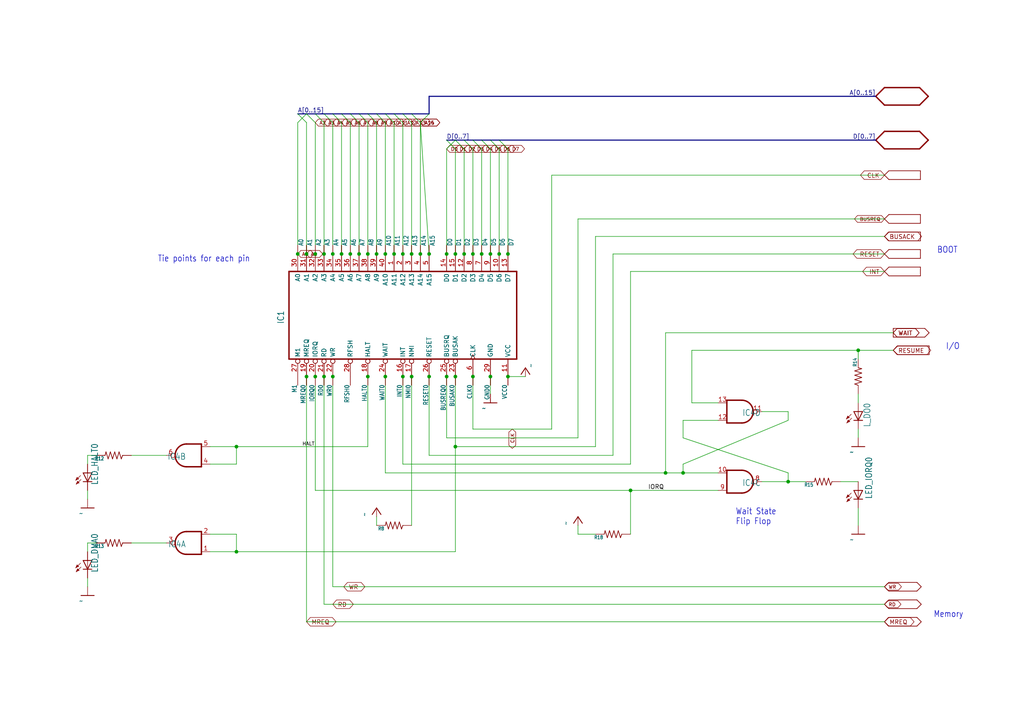
<source format=kicad_sch>
(kicad_sch (version 20211123) (generator eeschema)
  (paper "A4")
  (lib_symbols
    (symbol "Z80-4chip-v3-eagle-import:7400N"
      (property "Reference" "IC" (at -0.635 -0.635 0))
      (symbol "7400N_1_0"
        (arc (start -0.762 -3.302) (mid 2.54 0) (end -0.762 3.302) (stroke (width 0.4064)))
        (polyline (pts (xy -5.08 -3.302) (xy -0.762 -3.302)) (stroke (width 0.4064)))
        (polyline (pts (xy -5.08 3.302) (xy -5.08 -3.302)) (stroke (width 0.4064)))
        (polyline (pts (xy -0.762 3.302) (xy -5.08 3.302)) (stroke (width 0.4064)))
        (pin input line (at -7.62 2.54 0) (length 2.54) (name "I0") (number "1"))
        (pin input line (at -7.62 -2.54 0) (length 2.54) (name "I1") (number "2"))
        (pin output inverted (at 5.08 0 180) (length 2.54) (name "O") (number "3"))
      )
      (symbol "7400N_2_0"
        (arc (start -0.762 -3.302) (mid 2.54 0) (end -0.762 3.302) (stroke (width 0.4064)))
        (polyline (pts (xy -5.08 -3.302) (xy -0.762 -3.302)) (stroke (width 0.4064)))
        (polyline (pts (xy -5.08 3.302) (xy -5.08 -3.302)) (stroke (width 0.4064)))
        (polyline (pts (xy -0.762 3.302) (xy -5.08 3.302)) (stroke (width 0.4064)))
        (pin input line (at -7.62 2.54 0) (length 2.54) (name "I0") (number "4"))
        (pin input line (at -7.62 -2.54 0) (length 2.54) (name "I1") (number "5"))
        (pin output inverted (at 5.08 0 180) (length 2.54) (name "O") (number "6"))
      )
      (symbol "7400N_3_0"
        (arc (start -0.762 -3.302) (mid 2.54 0) (end -0.762 3.302) (stroke (width 0.4064)))
        (polyline (pts (xy -5.08 -3.302) (xy -0.762 -3.302)) (stroke (width 0.4064)))
        (polyline (pts (xy -5.08 3.302) (xy -5.08 -3.302)) (stroke (width 0.4064)))
        (polyline (pts (xy -0.762 3.302) (xy -5.08 3.302)) (stroke (width 0.4064)))
        (pin input line (at -7.62 -2.54 0) (length 2.54) (name "I1") (number "10"))
        (pin output inverted (at 5.08 0 180) (length 2.54) (name "O") (number "8"))
        (pin input line (at -7.62 2.54 0) (length 2.54) (name "I0") (number "9"))
      )
      (symbol "7400N_4_0"
        (arc (start -0.762 -3.302) (mid 2.54 0) (end -0.762 3.302) (stroke (width 0.4064)))
        (polyline (pts (xy -5.08 -3.302) (xy -0.762 -3.302)) (stroke (width 0.4064)))
        (polyline (pts (xy -5.08 3.302) (xy -5.08 -3.302)) (stroke (width 0.4064)))
        (polyline (pts (xy -0.762 3.302) (xy -5.08 3.302)) (stroke (width 0.4064)))
        (pin output inverted (at 5.08 0 180) (length 2.54) (name "O") (number "11"))
        (pin input line (at -7.62 2.54 0) (length 2.54) (name "I0") (number "12"))
        (pin input line (at -7.62 -2.54 0) (length 2.54) (name "I1") (number "13"))
      )
      (symbol "7400N_5_0"
        (text "GND" (at 1.905 -7.62 900) (effects (font (size 1.27 1.0795)) (justify left bottom)))
        (text "VCC" (at 1.905 5.08 900) (effects (font (size 1.27 1.0795)) (justify left bottom)))
        (pin power_in line (at 0 10.16 270) (length 7.62) (name "VCC") (number "14"))
        (pin power_in line (at 0 -10.16 90) (length 7.62) (name "GND") (number "7"))
      )
    )
    (symbol "Z80-4chip-v3-eagle-import:GND" (power)
      (property "Value" "GND" (at -2.54 -2.54 0))
      (symbol "GND_1_0"
        (polyline (pts (xy -1.905 0) (xy 1.905 0)) (stroke (width 0.254)))
        (pin power_in line (at 0 2.54 270) (length 2.54) (name "GND") (number "1"))
      )
    )
    (symbol "Z80-4chip-v3-eagle-import:LED3MM"
      (property "Reference" "LED" (at 3.556 -4.572 90))
      (property "Value" "LED3MM" (at 5.715 -4.572 90))
      (symbol "LED3MM_1_0"
        (polyline (pts (xy -2.032 -0.762) (xy -3.429 -2.159)) (stroke (width 0.1524)))
        (polyline (pts (xy -1.905 -1.905) (xy -3.302 -3.302)) (stroke (width 0.1524)))
        (polyline (pts (xy 0 -2.54) (xy -1.27 -2.54)) (stroke (width 0.254)))
        (polyline (pts (xy 0 -2.54) (xy -1.27 0)) (stroke (width 0.254)))
        (polyline (pts (xy 0 0) (xy -1.27 0)) (stroke (width 0.254)))
        (polyline (pts (xy 0 0) (xy 0 -2.54)) (stroke (width 0.1524)))
        (polyline (pts (xy 1.27 -2.54) (xy 0 -2.54)) (stroke (width 0.254)))
        (polyline (pts (xy 1.27 0) (xy 0 -2.54)) (stroke (width 0.254)))
        (polyline (pts (xy 1.27 0) (xy 0 0)) (stroke (width 0.254)))
        (polyline (pts (xy -3.429 -2.159) (xy -3.048 -1.27) (xy -2.54 -1.778)) (fill (type outline)))
        (polyline (pts (xy -3.302 -3.302) (xy -2.921 -2.413) (xy -2.413 -2.921)) (fill (type outline)))
        (pin passive line (at 0 2.54 270) (length 2.54) (name "A") (number "A"))
        (pin passive line (at 0 -5.08 90) (length 2.54) (name "C") (number "K"))
      )
    )
    (symbol "Z80-4chip-v3-eagle-import:PORT-BI"
      (symbol "PORT-BI_1_0"
        (polyline (pts (xy 0 0) (xy 1.27 -1.27)) (stroke (width 0.2)))
        (polyline (pts (xy 0 0) (xy 1.27 1.27)) (stroke (width 0.2)))
        (polyline (pts (xy 1.27 -1.27) (xy 9.398 -1.27)) (stroke (width 0.2)))
        (polyline (pts (xy 1.27 1.27) (xy 9.398 1.27)) (stroke (width 0.2)))
        (polyline (pts (xy 9.398 -1.27) (xy 10.668 0)) (stroke (width 0.2)))
        (polyline (pts (xy 10.668 0) (xy 9.398 1.27)) (stroke (width 0.2)))
      )
    )
    (symbol "Z80-4chip-v3-eagle-import:PORT-BI-BUS"
      (symbol "PORT-BI-BUS_1_0"
        (polyline (pts (xy 0 0) (xy 2.54 -2.54)) (stroke (width 0.4)))
        (polyline (pts (xy 0 0) (xy 2.54 2.54)) (stroke (width 0.4)))
        (polyline (pts (xy 2.54 -2.54) (xy 12.7 -2.54)) (stroke (width 0.4)))
        (polyline (pts (xy 2.54 2.54) (xy 12.7 2.54)) (stroke (width 0.4)))
        (polyline (pts (xy 12.7 -2.54) (xy 15.24 0)) (stroke (width 0.4)))
        (polyline (pts (xy 15.24 0) (xy 12.7 2.54)) (stroke (width 0.4)))
      )
    )
    (symbol "Z80-4chip-v3-eagle-import:PORT-IN"
      (symbol "PORT-IN_1_0"
        (polyline (pts (xy 0 0) (xy 1.27 1.27)) (stroke (width 0.2)))
        (polyline (pts (xy 1.27 -1.27) (xy 0 0)) (stroke (width 0.2)))
        (polyline (pts (xy 1.27 1.27) (xy 10.414 1.27)) (stroke (width 0.2)))
        (polyline (pts (xy 10.414 -1.27) (xy 1.27 -1.27)) (stroke (width 0.2)))
        (polyline (pts (xy 10.414 1.27) (xy 10.414 -1.27)) (stroke (width 0.2)))
      )
    )
    (symbol "Z80-4chip-v3-eagle-import:PORT-OUT"
      (symbol "PORT-OUT_1_0"
        (polyline (pts (xy 0 -1.27) (xy 0 1.27)) (stroke (width 0.2)))
        (polyline (pts (xy 0 1.27) (xy 9.144 1.27)) (stroke (width 0.2)))
        (polyline (pts (xy 9.144 -1.27) (xy 0 -1.27)) (stroke (width 0.2)))
        (polyline (pts (xy 9.144 1.27) (xy 10.414 0)) (stroke (width 0.2)))
        (polyline (pts (xy 10.414 0) (xy 9.144 -1.27)) (stroke (width 0.2)))
      )
    )
    (symbol "Z80-4chip-v3-eagle-import:R-US_0207{slash}07V"
      (property "Reference" "R" (at 2.7325 0.2781 0))
      (property "Value" "R-US_0207{slash}07V" (at -1.9067 -0.4821 0))
      (symbol "R-US_0207{slash}07V_1_0"
        (polyline (pts (xy -2.54 0) (xy -2.159 1.016)) (stroke (width 0.2032)))
        (polyline (pts (xy -2.159 1.016) (xy -1.524 -1.016)) (stroke (width 0.2032)))
        (polyline (pts (xy -1.524 -1.016) (xy -0.889 1.016)) (stroke (width 0.2032)))
        (polyline (pts (xy -0.889 1.016) (xy -0.254 -1.016)) (stroke (width 0.2032)))
        (polyline (pts (xy -0.254 -1.016) (xy 0.381 1.016)) (stroke (width 0.2032)))
        (polyline (pts (xy 0.381 1.016) (xy 1.016 -1.016)) (stroke (width 0.2032)))
        (polyline (pts (xy 1.016 -1.016) (xy 1.651 1.016)) (stroke (width 0.2032)))
        (polyline (pts (xy 1.651 1.016) (xy 2.286 -1.016)) (stroke (width 0.2032)))
        (polyline (pts (xy 2.286 -1.016) (xy 2.54 0)) (stroke (width 0.2032)))
        (pin passive line (at -5.08 0 0) (length 2.54) (name "1") (number "1"))
        (pin passive line (at 5.08 0 180) (length 2.54) (name "2") (number "2"))
      )
    )
    (symbol "Z80-4chip-v3-eagle-import:VCC" (power)
      (property "Value" "VCC" (at -2.54 -2.54 90))
      (symbol "VCC_1_0"
        (polyline (pts (xy 0 0) (xy -1.27 -1.905)) (stroke (width 0.254)))
        (polyline (pts (xy 1.27 -1.905) (xy 0 0)) (stroke (width 0.254)))
        (pin power_in line (at 0 -2.54 90) (length 2.54) (name "VCC") (number "1"))
      )
    )
    (symbol "Z80-4chip-v3-eagle-import:WIRE-VIA8"
      (property "Reference" "W" (at 2.286 -0.254 0))
      (symbol "WIRE-VIA8_1_0"
        (pin bidirectional line (at 0 0 0) (length 2.54) (name "P$1") (number "P$1"))
      )
    )
    (symbol "Z80-4chip-v3-eagle-import:Z80CPU"
      (property "Reference" "IC" (at -12.7 31.115 0))
      (property "Value" "Z80CPU" (at -12.7 -38.1 0))
      (symbol "Z80CPU_1_0"
        (polyline (pts (xy -12.7 -35.56) (xy -12.7 30.48)) (stroke (width 0.4064)))
        (polyline (pts (xy -12.7 -35.56) (xy 12.7 -35.56)) (stroke (width 0.4064)))
        (polyline (pts (xy 12.7 30.48) (xy -12.7 30.48)) (stroke (width 0.4064)))
        (polyline (pts (xy 12.7 30.48) (xy 12.7 -35.56)) (stroke (width 0.4064)))
        (pin output line (at 17.78 0 180) (length 5.08) (name "A11") (number "1"))
        (pin bidirectional line (at 17.78 -30.48 180) (length 5.08) (name "D6") (number "10"))
        (pin power_in line (at -17.78 -33.02 0) (length 5.08) (name "VCC") (number "11"))
        (pin bidirectional line (at 17.78 -20.32 180) (length 5.08) (name "D2") (number "12"))
        (pin bidirectional line (at 17.78 -33.02 180) (length 5.08) (name "D7") (number "13"))
        (pin bidirectional line (at 17.78 -15.24 180) (length 5.08) (name "D0") (number "14"))
        (pin bidirectional line (at 17.78 -17.78 180) (length 5.08) (name "D1") (number "15"))
        (pin input inverted (at -17.78 -2.54 0) (length 5.08) (name "INT") (number "16"))
        (pin input inverted (at -17.78 -5.08 0) (length 5.08) (name "NMI") (number "17"))
        (pin output inverted (at -17.78 7.62 0) (length 5.08) (name "HALT") (number "18"))
        (pin output inverted (at -17.78 25.4 0) (length 5.08) (name "MREQ") (number "19"))
        (pin output line (at 17.78 -2.54 180) (length 5.08) (name "A12") (number "2"))
        (pin output inverted (at -17.78 22.86 0) (length 5.08) (name "IORQ") (number "20"))
        (pin output inverted (at -17.78 20.32 0) (length 5.08) (name "RD") (number "21"))
        (pin output inverted (at -17.78 17.78 0) (length 5.08) (name "WR") (number "22"))
        (pin output inverted (at -17.78 -17.78 0) (length 5.08) (name "BUSAK") (number "23"))
        (pin input inverted (at -17.78 2.54 0) (length 5.08) (name "WAIT") (number "24"))
        (pin input inverted (at -17.78 -15.24 0) (length 5.08) (name "BUSRQ") (number "25"))
        (pin input inverted (at -17.78 -10.16 0) (length 5.08) (name "RESET") (number "26"))
        (pin output inverted (at -17.78 27.94 0) (length 5.08) (name "M1") (number "27"))
        (pin output inverted (at -17.78 12.7 0) (length 5.08) (name "RFSH") (number "28"))
        (pin power_in line (at -17.78 -27.94 0) (length 5.08) (name "GND") (number "29"))
        (pin output line (at 17.78 -5.08 180) (length 5.08) (name "A13") (number "3"))
        (pin output line (at 17.78 27.94 180) (length 5.08) (name "A0") (number "30"))
        (pin output line (at 17.78 25.4 180) (length 5.08) (name "A1") (number "31"))
        (pin output line (at 17.78 22.86 180) (length 5.08) (name "A2") (number "32"))
        (pin output line (at 17.78 20.32 180) (length 5.08) (name "A3") (number "33"))
        (pin output line (at 17.78 17.78 180) (length 5.08) (name "A4") (number "34"))
        (pin output line (at 17.78 15.24 180) (length 5.08) (name "A5") (number "35"))
        (pin output line (at 17.78 12.7 180) (length 5.08) (name "A6") (number "36"))
        (pin output line (at 17.78 10.16 180) (length 5.08) (name "A7") (number "37"))
        (pin output line (at 17.78 7.62 180) (length 5.08) (name "A8") (number "38"))
        (pin output line (at 17.78 5.08 180) (length 5.08) (name "A9") (number "39"))
        (pin output line (at 17.78 -7.62 180) (length 5.08) (name "A14") (number "4"))
        (pin output line (at 17.78 2.54 180) (length 5.08) (name "A10") (number "40"))
        (pin output line (at 17.78 -10.16 180) (length 5.08) (name "A15") (number "5"))
        (pin input clock (at -17.78 -22.86 0) (length 5.08) (name "CLK") (number "6"))
        (pin bidirectional line (at 17.78 -25.4 180) (length 5.08) (name "D4") (number "7"))
        (pin bidirectional line (at 17.78 -22.86 180) (length 5.08) (name "D3") (number "8"))
        (pin bidirectional line (at 17.78 -27.94 180) (length 5.08) (name "D5") (number "9"))
      )
    )
  )
  (junction (at 144.78 73.66))
  (junction (at 193.04 137.16))
  (junction (at 198.12 137.16))
  (junction (at 142.24 109.22))
  (junction (at 96.52 109.22))
  (junction (at 116.84 109.22))
  (junction (at 91.44 109.22))
  (junction (at 132.08 109.22))
  (junction (at 147.32 109.22))
  (junction (at 99.06 73.66))
  (junction (at 139.7 73.66))
  (junction (at 114.3 73.66))
  (junction (at 119.38 109.22))
  (junction (at 86.36 73.66))
  (junction (at 106.68 73.66))
  (junction (at 121.92 73.66))
  (junction (at 111.76 73.66))
  (junction (at 88.9 73.66))
  (junction (at 93.98 73.66))
  (junction (at 109.22 73.66))
  (junction (at 68.58 160.02))
  (junction (at 101.6 73.66))
  (junction (at 104.14 73.66))
  (junction (at 119.38 73.66))
  (junction (at 68.58 129.54))
  (junction (at 132.08 73.66))
  (junction (at 228.6 139.7))
  (junction (at 248.92 101.6))
  (junction (at 132.08 129.54))
  (junction (at 91.44 73.66))
  (junction (at 124.46 109.22))
  (junction (at 129.54 109.22))
  (junction (at 116.84 73.66))
  (junction (at 147.32 73.66))
  (junction (at 93.98 109.22))
  (junction (at 137.16 109.22))
  (junction (at 106.68 109.22))
  (junction (at 111.76 109.22))
  (junction (at 88.9 109.22))
  (junction (at 96.52 73.66))
  (junction (at 142.24 73.66))
  (junction (at 134.62 73.66))
  (junction (at 182.88 142.24))
  (junction (at 137.16 73.66))
  (junction (at 124.46 73.66))
  (junction (at 129.54 73.66))
  (bus_entry (at 139.7 43.18) (size -2.54 -2.54))
  (bus_entry (at 111.76 35.56) (size -2.54 -2.54))
  (bus_entry (at 116.84 35.56) (size -2.54 -2.54))
  (bus_entry (at 104.14 35.56) (size -2.54 -2.54))
  (bus_entry (at 88.9 35.56) (size -2.54 -2.54))
  (bus_entry (at 93.98 35.56) (size -2.54 -2.54))
  (bus_entry (at 129.54 43.18) (size 2.54 -2.54))
  (bus_entry (at 121.92 35.56) (size -2.54 -2.54))
  (bus_entry (at 142.24 43.18) (size -2.54 -2.54))
  (bus_entry (at 132.08 43.18) (size -2.54 -2.54))
  (bus_entry (at 114.3 35.56) (size -2.54 -2.54))
  (bus_entry (at 119.38 35.56) (size -2.54 -2.54))
  (bus_entry (at 121.92 35.56) (size 2.54 -2.54))
  (bus_entry (at 147.32 43.18) (size -2.54 -2.54))
  (bus_entry (at 144.78 43.18) (size -2.54 -2.54))
  (bus_entry (at 134.62 43.18) (size -2.54 -2.54))
  (bus_entry (at 91.44 35.56) (size -2.54 -2.54))
  (bus_entry (at 137.16 43.18) (size -2.54 -2.54))
  (bus_entry (at 101.6 35.56) (size -2.54 -2.54))
  (bus_entry (at 96.52 35.56) (size -2.54 -2.54))
  (bus_entry (at 86.36 35.56) (size 2.54 -2.54))
  (bus_entry (at 109.22 35.56) (size -2.54 -2.54))
  (bus_entry (at 99.06 35.56) (size -2.54 -2.54))
  (bus_entry (at 106.68 35.56) (size -2.54 -2.54))
  (wire (pts (xy 27.94 132.08) (xy 25.4 132.08)))
  (wire (pts (xy 132.08 129.54) (xy 172.72 129.54)))
  (wire (pts (xy 198.12 137.16) (xy 208.28 137.16)))
  (wire (pts (xy 144.78 73.66) (xy 144.78 43.18)))
  (wire (pts (xy 106.68 129.54) (xy 106.68 109.22)))
  (wire (pts (xy 200.66 116.84) (xy 200.66 101.6)))
  (wire (pts (xy 25.4 142.24) (xy 25.4 144.78)))
  (bus (pts (xy 144.78 40.64) (xy 254 40.64)))
  (wire (pts (xy 172.72 68.58) (xy 256.54 68.58)))
  (wire (pts (xy 132.08 73.66) (xy 132.08 43.18)))
  (wire (pts (xy 96.52 109.22) (xy 96.52 170.18)))
  (wire (pts (xy 182.88 78.74) (xy 256.54 78.74)))
  (bus (pts (xy 91.44 33.02) (xy 93.98 33.02)))
  (bus (pts (xy 96.52 33.02) (xy 99.06 33.02)))
  (wire (pts (xy 68.58 160.02) (xy 68.58 154.94)))
  (wire (pts (xy 104.14 73.66) (xy 104.14 35.56)))
  (wire (pts (xy 243.84 139.7) (xy 248.92 139.7)))
  (wire (pts (xy 106.68 73.66) (xy 106.68 35.56)))
  (wire (pts (xy 68.58 129.54) (xy 68.58 134.62)))
  (bus (pts (xy 93.98 33.02) (xy 96.52 33.02)))
  (wire (pts (xy 111.76 137.16) (xy 111.76 109.22)))
  (bus (pts (xy 114.3 33.02) (xy 116.84 33.02)))
  (wire (pts (xy 96.52 73.66) (xy 96.52 35.56)))
  (wire (pts (xy 208.28 116.84) (xy 200.66 116.84)))
  (wire (pts (xy 198.12 134.62) (xy 198.12 137.16)))
  (wire (pts (xy 134.62 73.66) (xy 134.62 43.18)))
  (wire (pts (xy 172.72 154.94) (xy 167.64 154.94)))
  (wire (pts (xy 91.44 109.22) (xy 91.44 142.24)))
  (wire (pts (xy 160.02 124.46) (xy 137.16 124.46)))
  (bus (pts (xy 139.7 40.64) (xy 142.24 40.64)))
  (wire (pts (xy 25.4 157.48) (xy 25.4 160.02)))
  (wire (pts (xy 124.46 109.22) (xy 124.46 132.08)))
  (bus (pts (xy 142.24 40.64) (xy 144.78 40.64)))
  (wire (pts (xy 160.02 50.8) (xy 160.02 124.46)))
  (wire (pts (xy 88.9 35.56) (xy 88.9 73.66)))
  (wire (pts (xy 147.32 43.18) (xy 147.32 73.66)))
  (wire (pts (xy 68.58 129.54) (xy 106.68 129.54)))
  (bus (pts (xy 134.62 40.64) (xy 137.16 40.64)))
  (bus (pts (xy 132.08 40.64) (xy 134.62 40.64)))
  (wire (pts (xy 167.64 127) (xy 167.64 63.5)))
  (wire (pts (xy 114.3 73.66) (xy 114.3 35.56)))
  (wire (pts (xy 228.6 119.38) (xy 228.6 121.92)))
  (wire (pts (xy 248.92 124.46) (xy 248.92 127)))
  (wire (pts (xy 93.98 175.26) (xy 256.54 175.26)))
  (wire (pts (xy 256.54 180.34) (xy 88.9 180.34)))
  (bus (pts (xy 104.14 33.02) (xy 106.68 33.02)))
  (wire (pts (xy 198.12 127) (xy 198.12 121.92)))
  (wire (pts (xy 88.9 180.34) (xy 88.9 109.22)))
  (bus (pts (xy 124.46 27.94) (xy 254 27.94)))
  (wire (pts (xy 142.24 114.3) (xy 142.24 109.22)))
  (wire (pts (xy 137.16 73.66) (xy 137.16 43.18)))
  (wire (pts (xy 109.22 152.4) (xy 109.22 149.86)))
  (wire (pts (xy 248.92 114.3) (xy 248.92 116.84)))
  (wire (pts (xy 119.38 109.22) (xy 119.38 152.4)))
  (bus (pts (xy 101.6 33.02) (xy 104.14 33.02)))
  (wire (pts (xy 259.08 96.52) (xy 193.04 96.52)))
  (wire (pts (xy 129.54 127) (xy 129.54 109.22)))
  (wire (pts (xy 248.92 104.14) (xy 248.92 101.6)))
  (wire (pts (xy 25.4 167.64) (xy 25.4 170.18)))
  (wire (pts (xy 167.64 127) (xy 129.54 127)))
  (bus (pts (xy 86.36 33.02) (xy 88.9 33.02)))
  (wire (pts (xy 121.92 73.66) (xy 121.92 35.56)))
  (wire (pts (xy 220.98 119.38) (xy 228.6 119.38)))
  (wire (pts (xy 109.22 73.66) (xy 109.22 35.56)))
  (wire (pts (xy 220.98 139.7) (xy 228.6 139.7)))
  (wire (pts (xy 124.46 73.66) (xy 121.92 35.56)))
  (wire (pts (xy 96.52 170.18) (xy 256.54 170.18)))
  (bus (pts (xy 99.06 33.02) (xy 101.6 33.02)))
  (wire (pts (xy 256.54 50.8) (xy 160.02 50.8)))
  (wire (pts (xy 142.24 73.66) (xy 142.24 43.18)))
  (wire (pts (xy 129.54 43.18) (xy 129.54 73.66)))
  (wire (pts (xy 116.84 73.66) (xy 116.84 35.56)))
  (wire (pts (xy 137.16 124.46) (xy 137.16 109.22)))
  (wire (pts (xy 193.04 137.16) (xy 111.76 137.16)))
  (wire (pts (xy 25.4 132.08) (xy 25.4 134.62)))
  (wire (pts (xy 193.04 96.52) (xy 193.04 137.16)))
  (wire (pts (xy 248.92 147.32) (xy 248.92 152.4)))
  (wire (pts (xy 111.76 73.66) (xy 111.76 35.56)))
  (wire (pts (xy 167.64 63.5) (xy 256.54 63.5)))
  (wire (pts (xy 119.38 73.66) (xy 119.38 35.56)))
  (wire (pts (xy 182.88 154.94) (xy 182.88 142.24)))
  (bus (pts (xy 109.22 33.02) (xy 111.76 33.02)))
  (wire (pts (xy 198.12 121.92) (xy 208.28 121.92)))
  (wire (pts (xy 38.1 132.08) (xy 48.26 132.08)))
  (wire (pts (xy 116.84 134.62) (xy 182.88 134.62)))
  (wire (pts (xy 27.94 157.48) (xy 25.4 157.48)))
  (bus (pts (xy 88.9 33.02) (xy 91.44 33.02)))
  (wire (pts (xy 91.44 73.66) (xy 91.44 35.56)))
  (wire (pts (xy 60.96 160.02) (xy 68.58 160.02)))
  (wire (pts (xy 60.96 154.94) (xy 68.58 154.94)))
  (bus (pts (xy 111.76 33.02) (xy 114.3 33.02)))
  (wire (pts (xy 172.72 129.54) (xy 172.72 68.58)))
  (wire (pts (xy 177.8 73.66) (xy 256.54 73.66)))
  (wire (pts (xy 99.06 73.66) (xy 99.06 35.56)))
  (bus (pts (xy 106.68 33.02) (xy 109.22 33.02)))
  (wire (pts (xy 132.08 129.54) (xy 132.08 160.02)))
  (wire (pts (xy 228.6 139.7) (xy 228.6 137.16)))
  (wire (pts (xy 60.96 134.62) (xy 68.58 134.62)))
  (wire (pts (xy 200.66 101.6) (xy 248.92 101.6)))
  (wire (pts (xy 132.08 160.02) (xy 68.58 160.02)))
  (wire (pts (xy 182.88 78.74) (xy 182.88 134.62)))
  (wire (pts (xy 228.6 137.16) (xy 198.12 127)))
  (wire (pts (xy 248.92 101.6) (xy 259.08 101.6)))
  (bus (pts (xy 116.84 33.02) (xy 119.38 33.02)))
  (wire (pts (xy 177.8 132.08) (xy 177.8 73.66)))
  (wire (pts (xy 132.08 109.22) (xy 132.08 129.54)))
  (wire (pts (xy 86.36 35.56) (xy 86.36 73.66)))
  (wire (pts (xy 93.98 109.22) (xy 93.98 175.26)))
  (wire (pts (xy 93.98 73.66) (xy 93.98 35.56)))
  (wire (pts (xy 116.84 109.22) (xy 116.84 134.62)))
  (wire (pts (xy 38.1 157.48) (xy 48.26 157.48)))
  (wire (pts (xy 91.44 142.24) (xy 182.88 142.24)))
  (bus (pts (xy 137.16 40.64) (xy 139.7 40.64)))
  (bus (pts (xy 119.38 33.02) (xy 124.46 33.02)))
  (bus (pts (xy 129.54 40.64) (xy 132.08 40.64)))
  (wire (pts (xy 139.7 73.66) (xy 139.7 43.18)))
  (wire (pts (xy 193.04 137.16) (xy 198.12 137.16)))
  (wire (pts (xy 177.8 132.08) (xy 124.46 132.08)))
  (wire (pts (xy 152.4 109.22) (xy 147.32 109.22)))
  (bus (pts (xy 124.46 33.02) (xy 124.46 27.94)))
  (wire (pts (xy 60.96 129.54) (xy 68.58 129.54)))
  (wire (pts (xy 228.6 139.7) (xy 233.68 139.7)))
  (wire (pts (xy 182.88 142.24) (xy 208.28 142.24)))
  (wire (pts (xy 167.64 154.94) (xy 167.64 152.4)))
  (wire (pts (xy 101.6 73.66) (xy 101.6 35.56)))
  (wire (pts (xy 228.6 121.92) (xy 198.12 134.62)))
  (text "I/O" (at 274.32 101.6 180) (effects (font (size 1.778 1.5113)) (justify left bottom)))
  (text "Wait State\nFlip Flop" (at 213.36 152.4 180) (effects (font (size 1.778 1.5113)) (justify left bottom)))
  (text "Memory" (at 270.764 179.324 180) (effects (font (size 1.778 1.5113)) (justify left bottom)))
  (text "Tie points for each pin" (at 45.72 76.2 180) (effects (font (size 1.778 1.5113)) (justify left bottom)))
  (text "BOOT" (at 271.78 73.66 180) (effects (font (size 1.778 1.5113)) (justify left bottom)))
  (label "IORQ" (at 187.96 142.24 0) (effects (font (size 1.2446 1.2446))))
  (label "D[0..7]" (at 254 40.64 180) (effects (font (size 1.2446 1.2446))))
  (label "A[0..15]" (at 254 27.94 180) (effects (font (size 1.2446 1.2446))))
  (label "A[0..15]" (at 86.36 33.02 0) (effects (font (size 1.2446 1.2446))))
  (label "D[0..7]" (at 129.54 40.64 0) (effects (font (size 1.2446 1.2446))))
  (label "HALT" (at 87.63 129.54 0) (effects (font (size 0.9957 0.9957))))
  (global_label "A5" (shape bidirectional) (at 99.06 35.56 0) (effects (font (size 1.016 1.016))) (property "Intersheet References" "${INTERSHEET_REFS}" (effects hide)))
  (global_label "RESUME" (shape bidirectional) (at 259.08 101.6 0) (effects (font (size 1.2446 1.2446))) (property "Intersheet References" "${INTERSHEET_REFS}" (effects hide)))
  (global_label "A7" (shape bidirectional) (at 104.14 35.56 0) (effects (font (size 1.016 1.016))) (property "Intersheet References" "${INTERSHEET_REFS}" (effects hide)))
  (global_label "A1" (shape bidirectional) (at 88.9 73.66 0) (effects (font (size 1.016 1.016))) (property "Intersheet References" "${INTERSHEET_REFS}" (effects hide)))
  (global_label "D1" (shape bidirectional) (at 132.08 43.18 0) (effects (font (size 1.016 1.016))) (property "Intersheet References" "${INTERSHEET_REFS}" (effects hide)))
  (global_label "A4" (shape bidirectional) (at 96.52 35.56 0) (effects (font (size 1.016 1.016))) (property "Intersheet References" "${INTERSHEET_REFS}" (effects hide)))
  (global_label "D0" (shape bidirectional) (at 129.54 43.18 0) (effects (font (size 1.016 1.016))) (property "Intersheet References" "${INTERSHEET_REFS}" (effects hide)))
  (global_label "A9" (shape bidirectional) (at 109.22 35.56 0) (effects (font (size 1.016 1.016))) (property "Intersheet References" "${INTERSHEET_REFS}" (effects hide)))
  (global_label "RD" (shape bidirectional) (at 96.52 175.26 0) (effects (font (size 1.2446 1.2446))) (property "Intersheet References" "${INTERSHEET_REFS}" (effects hide)))
  (global_label "A10" (shape bidirectional) (at 111.76 35.56 0) (effects (font (size 1.016 1.016))) (property "Intersheet References" "${INTERSHEET_REFS}" (effects hide)))
  (global_label "A14" (shape bidirectional) (at 121.92 35.56 0) (effects (font (size 1.016 1.016))) (property "Intersheet References" "${INTERSHEET_REFS}" (effects hide)))
  (global_label "CLK" (shape bidirectional) (at 148.59 124.46 270) (effects (font (size 0.9957 0.9957))) (property "Intersheet References" "${INTERSHEET_REFS}" (effects hide)))
  (global_label "D7" (shape bidirectional) (at 147.32 43.18 0) (effects (font (size 1.016 1.016))) (property "Intersheet References" "${INTERSHEET_REFS}" (effects hide)))
  (global_label "WR" (shape bidirectional) (at 256.54 170.18 0) (effects (font (size 0.9957 0.9957))) (property "Intersheet References" "${INTERSHEET_REFS}" (effects hide)))
  (global_label "BUSREQ" (shape bidirectional) (at 256.54 63.5 180) (effects (font (size 0.9957 0.9957))) (property "Intersheet References" "${INTERSHEET_REFS}" (effects hide)))
  (global_label "WAIT" (shape bidirectional) (at 259.08 96.52 0) (effects (font (size 1.2446 1.2446))) (property "Intersheet References" "${INTERSHEET_REFS}" (effects hide)))
  (global_label "D2" (shape bidirectional) (at 134.62 43.18 0) (effects (font (size 1.016 1.016))) (property "Intersheet References" "${INTERSHEET_REFS}" (effects hide)))
  (global_label "CLK" (shape bidirectional) (at 256.54 50.8 180) (effects (font (size 1.2446 1.2446))) (property "Intersheet References" "${INTERSHEET_REFS}" (effects hide)))
  (global_label "A8" (shape bidirectional) (at 106.68 35.56 0) (effects (font (size 1.016 1.016))) (property "Intersheet References" "${INTERSHEET_REFS}" (effects hide)))
  (global_label "BUSACK" (shape bidirectional) (at 256.54 68.58 0) (effects (font (size 1.2446 1.2446))) (property "Intersheet References" "${INTERSHEET_REFS}" (effects hide)))
  (global_label "D6" (shape bidirectional) (at 144.78 43.18 0) (effects (font (size 1.016 1.016))) (property "Intersheet References" "${INTERSHEET_REFS}" (effects hide)))
  (global_label "A12" (shape bidirectional) (at 116.84 35.56 0) (effects (font (size 1.016 1.016))) (property "Intersheet References" "${INTERSHEET_REFS}" (effects hide)))
  (global_label "INT" (shape bidirectional) (at 256.54 78.74 180) (effects (font (size 1.2446 1.2446))) (property "Intersheet References" "${INTERSHEET_REFS}" (effects hide)))
  (global_label "RD" (shape bidirectional) (at 256.54 175.26 0) (effects (font (size 0.9957 0.9957))) (property "Intersheet References" "${INTERSHEET_REFS}" (effects hide)))
  (global_label "D5" (shape bidirectional) (at 142.24 43.18 0) (effects (font (size 1.016 1.016))) (property "Intersheet References" "${INTERSHEET_REFS}" (effects hide)))
  (global_label "RESET" (shape bidirectional) (at 256.54 73.66 180) (effects (font (size 1.2446 1.2446))) (property "Intersheet References" "${INTERSHEET_REFS}" (effects hide)))
  (global_label "A3" (shape bidirectional) (at 93.98 35.56 0) (effects (font (size 1.016 1.016))) (property "Intersheet References" "${INTERSHEET_REFS}" (effects hide)))
  (global_label "WR" (shape bidirectional) (at 99.695 170.18 0) (effects (font (size 1.2446 1.2446))) (property "Intersheet References" "${INTERSHEET_REFS}" (effects hide)))
  (global_label "MREQ" (shape bidirectional) (at 256.54 180.34 0) (effects (font (size 1.2446 1.2446))) (property "Intersheet References" "${INTERSHEET_REFS}" (effects hide)))
  (global_label "A6" (shape bidirectional) (at 101.6 35.56 0) (effects (font (size 1.016 1.016))) (property "Intersheet References" "${INTERSHEET_REFS}" (effects hide)))
  (global_label "WAIT" (shape bidirectional) (at 259.08 96.52 0) (effects (font (size 1.2446 1.2446))) (property "Intersheet References" "${INTERSHEET_REFS}" (effects hide)))
  (global_label "A13" (shape bidirectional) (at 119.38 35.56 0) (effects (font (size 1.016 1.016))) (property "Intersheet References" "${INTERSHEET_REFS}" (effects hide)))
  (global_label "MREQ" (shape bidirectional) (at 88.9 180.34 0) (effects (font (size 1.2446 1.2446))) (property "Intersheet References" "${INTERSHEET_REFS}" (effects hide)))
  (global_label "D3" (shape bidirectional) (at 137.16 43.18 0) (effects (font (size 1.016 1.016))) (property "Intersheet References" "${INTERSHEET_REFS}" (effects hide)))
  (global_label "A15" (shape bidirectional) (at 121.92 35.56 0) (effects (font (size 1.016 1.016))) (property "Intersheet References" "${INTERSHEET_REFS}" (effects hide)))
  (global_label "A2" (shape bidirectional) (at 91.44 35.56 0) (effects (font (size 1.016 1.016))) (property "Intersheet References" "${INTERSHEET_REFS}" (effects hide)))
  (global_label "A11" (shape bidirectional) (at 114.3 35.56 0) (effects (font (size 1.016 1.016))) (property "Intersheet References" "${INTERSHEET_REFS}" (effects hide)))
  (global_label "D4" (shape bidirectional) (at 139.7 43.18 0) (effects (font (size 1.016 1.016))) (property "Intersheet References" "${INTERSHEET_REFS}" (effects hide)))
  (global_label "A0" (shape bidirectional) (at 86.36 73.66 0) (effects (font (size 1.016 1.016))) (property "Intersheet References" "${INTERSHEET_REFS}" (effects hide)))
  (symbol (lib_id "Z80-4chip-v3-eagle-import:GND") (at 142.24 116.84 0) (unit 1)
    (property "Reference" "#GND3" (effects hide))
  )
  (symbol (lib_id "Z80-4chip-v3-eagle-import:PORT-OUT") (at 259.08 96.52 0) (unit 1)
    (property "Reference" "#U$4" (effects hide))
  )
  (symbol (lib_id "Z80-4chip-v3-eagle-import:VCC") (at 152.4 106.68 0) (unit 1)
    (property "Reference" "#P+3" (effects hide))
  )
  (symbol (lib_id "Z80-4chip-v3-eagle-import:PORT-IN") (at 256.54 68.58 0) (unit 1)
    (property "Reference" "#U$2" (effects hide))
  )
  (symbol (lib_id "Z80-4chip-v3-eagle-import:VCC") (at 167.64 149.86 0) (unit 1)
    (property "Reference" "#P+12" (effects hide))
  )
  (symbol (lib_id "Z80-4chip-v3-eagle-import:PORT-BI") (at 256.54 180.34 0) (unit 1)
    (property "Reference" "#U$12" (effects hide))
  )
  (symbol (lib_id "Z80-4chip-v3-eagle-import:WIRE-VIA8") (at 139.7 73.66 90) (unit 1)
    (property "Reference" "D4" (at 139.954 71.374 0) (effects (font (size 1.27 1.0795)) (justify left top)))
  )
  (symbol (lib_id "Z80-4chip-v3-eagle-import:WIRE-VIA8") (at 104.14 73.66 90) (unit 1)
    (property "Reference" "A7" (at 104.394 71.374 0) (effects (font (size 1.27 1.0795)) (justify left top)))
  )
  (symbol (lib_id "Z80-4chip-v3-eagle-import:WIRE-VIA8") (at 132.08 73.66 90) (unit 1)
    (property "Reference" "D1" (at 132.334 71.374 0) (effects (font (size 1.27 1.0795)) (justify left top)))
  )
  (symbol (lib_id "Z80-4chip-v3-eagle-import:7400N") (at 215.9 139.7 0) (mirror x) (unit 3)
    (property "Reference" "IC4" (at 215.265 139.065 0) (effects (font (size 1.778 1.5113)) (justify left bottom)))
  )
  (symbol (lib_id "Z80-4chip-v3-eagle-import:WIRE-VIA8") (at 137.16 109.22 270) (unit 1)
    (property "Reference" "CLK0" (at 136.906 111.506 0) (effects (font (size 1.27 1.0795)) (justify left top)))
  )
  (symbol (lib_id "Z80-4chip-v3-eagle-import:WIRE-VIA8") (at 147.32 73.66 90) (unit 1)
    (property "Reference" "D7" (at 147.574 71.374 0) (effects (font (size 1.27 1.0795)) (justify left top)))
  )
  (symbol (lib_id "Z80-4chip-v3-eagle-import:LED3MM") (at 248.92 142.24 0) (unit 1)
    (property "Reference" "LED_IORQ0" (at 252.984 144.78 90) (effects (font (size 1.778 1.5113)) (justify left bottom)))
  )
  (symbol (lib_id "Z80-4chip-v3-eagle-import:R-US_0207{slash}07V") (at 248.92 109.22 90) (unit 1)
    (property "Reference" "R14" (at 248.6419 106.4875 0) (effects (font (size 1.016 0.8636) bold) (justify left bottom)))
  )
  (symbol (lib_id "Z80-4chip-v3-eagle-import:WIRE-VIA8") (at 99.06 73.66 90) (unit 1)
    (property "Reference" "A5" (at 99.314 71.374 0) (effects (font (size 1.27 1.0795)) (justify left top)))
  )
  (symbol (lib_id "Z80-4chip-v3-eagle-import:R-US_0207{slash}07V") (at 33.02 157.48 180) (unit 1)
    (property "Reference" "R13" (at 30.2875 157.7581 0) (effects (font (size 1.016 0.8636) bold) (justify left bottom)))
  )
  (symbol (lib_id "Z80-4chip-v3-eagle-import:Z80CPU") (at 114.3 91.44 90) (unit 1)
    (property "Reference" "IC1" (at 82.423 93.98 0) (effects (font (size 1.778 1.5113)) (justify left bottom)))
  )
  (symbol (lib_id "Z80-4chip-v3-eagle-import:VCC") (at 109.22 147.32 0) (unit 1)
    (property "Reference" "#P+6" (effects hide))
  )
  (symbol (lib_id "Z80-4chip-v3-eagle-import:WIRE-VIA8") (at 96.52 109.22 270) (unit 1)
    (property "Reference" "WR0" (at 96.266 111.506 0) (effects (font (size 1.27 1.0795)) (justify left top)))
  )
  (symbol (lib_id "Z80-4chip-v3-eagle-import:WIRE-VIA8") (at 93.98 73.66 90) (unit 1)
    (property "Reference" "A3" (at 94.234 71.374 0) (effects (font (size 1.27 1.0795)) (justify left top)))
  )
  (symbol (lib_id "Z80-4chip-v3-eagle-import:PORT-IN") (at 256.54 78.74 0) (unit 1)
    (property "Reference" "#U$9" (effects hide))
  )
  (symbol (lib_id "Z80-4chip-v3-eagle-import:WIRE-VIA8") (at 106.68 109.22 270) (unit 1)
    (property "Reference" "HALT0" (at 106.426 111.506 0) (effects (font (size 1.27 1.0795)) (justify left top)))
  )
  (symbol (lib_id "Z80-4chip-v3-eagle-import:GND") (at 248.92 129.54 0) (unit 1)
    (property "Reference" "#GND11" (effects hide))
  )
  (symbol (lib_id "Z80-4chip-v3-eagle-import:WIRE-VIA8") (at 114.3 73.66 90) (unit 1)
    (property "Reference" "A11" (at 114.554 71.374 0) (effects (font (size 1.27 1.0795)) (justify left top)))
  )
  (symbol (lib_id "Z80-4chip-v3-eagle-import:WIRE-VIA8") (at 116.84 73.66 90) (unit 1)
    (property "Reference" "A12" (at 117.094 71.374 0) (effects (font (size 1.27 1.0795)) (justify left top)))
  )
  (symbol (lib_id "Z80-4chip-v3-eagle-import:WIRE-VIA8") (at 109.22 73.66 90) (unit 1)
    (property "Reference" "A9" (at 109.474 71.374 0) (effects (font (size 1.27 1.0795)) (justify left top)))
  )
  (symbol (lib_id "Z80-4chip-v3-eagle-import:WIRE-VIA8") (at 137.16 73.66 90) (unit 1)
    (property "Reference" "D3" (at 137.414 71.374 0) (effects (font (size 1.27 1.0795)) (justify left top)))
  )
  (symbol (lib_id "Z80-4chip-v3-eagle-import:PORT-BI") (at 256.54 170.18 0) (unit 1)
    (property "Reference" "#U$10" (effects hide))
  )
  (symbol (lib_id "Z80-4chip-v3-eagle-import:WIRE-VIA8") (at 91.44 109.22 270) (unit 1)
    (property "Reference" "IORQ0" (at 91.186 111.506 0) (effects (font (size 1.27 1.0795)) (justify left top)))
  )
  (symbol (lib_id "Z80-4chip-v3-eagle-import:LED3MM") (at 248.92 119.38 0) (unit 1)
    (property "Reference" "L_DO0" (at 252.476 123.952 90) (effects (font (size 1.778 1.5113)) (justify left bottom)))
  )
  (symbol (lib_id "Z80-4chip-v3-eagle-import:GND") (at 25.4 147.32 0) (unit 1)
    (property "Reference" "#GND7" (effects hide))
  )
  (symbol (lib_id "Z80-4chip-v3-eagle-import:WIRE-VIA8") (at 129.54 73.66 90) (unit 1)
    (property "Reference" "D0" (at 129.794 71.374 0) (effects (font (size 1.27 1.0795)) (justify left top)))
  )
  (symbol (lib_id "Z80-4chip-v3-eagle-import:PORT-BI-BUS") (at 254 27.94 0) (unit 1)
    (property "Reference" "#U$8" (effects hide))
  )
  (symbol (lib_id "Z80-4chip-v3-eagle-import:WIRE-VIA8") (at 144.78 73.66 90) (unit 1)
    (property "Reference" "D6" (at 145.034 71.374 0) (effects (font (size 1.27 1.0795)) (justify left top)))
  )
  (symbol (lib_id "Z80-4chip-v3-eagle-import:WIRE-VIA8") (at 111.76 73.66 90) (unit 1)
    (property "Reference" "A10" (at 112.014 71.374 0) (effects (font (size 1.27 1.0795)) (justify left top)))
  )
  (symbol (lib_id "Z80-4chip-v3-eagle-import:WIRE-VIA8") (at 147.32 109.22 270) (unit 1)
    (property "Reference" "VCC0" (at 147.066 111.506 0) (effects (font (size 1.27 1.0795)) (justify left top)))
  )
  (symbol (lib_id "Z80-4chip-v3-eagle-import:WIRE-VIA8") (at 124.46 109.22 270) (unit 1)
    (property "Reference" "RESET0" (at 124.206 111.506 0) (effects (font (size 1.27 1.0795)) (justify left top)))
  )
  (symbol (lib_id "Z80-4chip-v3-eagle-import:WIRE-VIA8") (at 142.24 73.66 90) (unit 1)
    (property "Reference" "D5" (at 142.494 71.374 0) (effects (font (size 1.27 1.0795)) (justify left top)))
  )
  (symbol (lib_id "Z80-4chip-v3-eagle-import:WIRE-VIA8") (at 96.52 73.66 90) (unit 1)
    (property "Reference" "A4" (at 96.774 71.374 0) (effects (font (size 1.27 1.0795)) (justify left top)))
  )
  (symbol (lib_id "Z80-4chip-v3-eagle-import:WIRE-VIA8") (at 86.36 73.66 90) (unit 1)
    (property "Reference" "A0" (at 86.614 71.374 0) (effects (font (size 1.27 1.0795)) (justify left top)))
  )
  (symbol (lib_id "Z80-4chip-v3-eagle-import:PORT-IN") (at 259.08 101.6 0) (unit 1)
    (property "Reference" "#U$5" (effects hide))
  )
  (symbol (lib_id "Z80-4chip-v3-eagle-import:WIRE-VIA8") (at 93.98 109.22 270) (unit 1)
    (property "Reference" "RD0" (at 93.726 111.506 0) (effects (font (size 1.27 1.0795)) (justify left top)))
  )
  (symbol (lib_id "Z80-4chip-v3-eagle-import:R-US_0207{slash}07V") (at 114.3 152.4 180) (unit 1)
    (property "Reference" "R8" (at 111.5675 152.6781 0) (effects (font (size 1.016 0.8636) bold) (justify left bottom)))
  )
  (symbol (lib_id "Z80-4chip-v3-eagle-import:WIRE-VIA8") (at 121.92 73.66 90) (unit 1)
    (property "Reference" "A14" (at 122.174 71.374 0) (effects (font (size 1.27 1.0795)) (justify left top)))
  )
  (symbol (lib_id "Z80-4chip-v3-eagle-import:7400N") (at 53.34 157.48 180) (unit 1)
    (property "Reference" "IC4" (at 53.975 156.845 0) (effects (font (size 1.778 1.5113)) (justify left bottom)))
  )
  (symbol (lib_id "Z80-4chip-v3-eagle-import:GND") (at 25.4 172.72 0) (unit 1)
    (property "Reference" "#GND8" (effects hide))
  )
  (symbol (lib_id "Z80-4chip-v3-eagle-import:GND") (at 248.92 154.94 0) (unit 1)
    (property "Reference" "#GND10" (effects hide))
  )
  (symbol (lib_id "Z80-4chip-v3-eagle-import:WIRE-VIA8") (at 111.76 109.22 270) (unit 1)
    (property "Reference" "WAIT0" (at 111.506 111.506 0) (effects (font (size 1.27 1.0795)) (justify left top)))
  )
  (symbol (lib_id "Z80-4chip-v3-eagle-import:WIRE-VIA8") (at 91.44 73.66 90) (unit 1)
    (property "Reference" "A2" (at 91.694 71.374 0) (effects (font (size 1.27 1.0795)) (justify left top)))
  )
  (symbol (lib_id "Z80-4chip-v3-eagle-import:WIRE-VIA8") (at 132.08 109.22 270) (unit 1)
    (property "Reference" "BUSAK0" (at 131.826 111.506 0) (effects (font (size 1.27 1.0795)) (justify left top)))
  )
  (symbol (lib_id "Z80-4chip-v3-eagle-import:WIRE-VIA8") (at 101.6 73.66 90) (unit 1)
    (property "Reference" "A6" (at 101.854 71.374 0) (effects (font (size 1.27 1.0795)) (justify left top)))
  )
  (symbol (lib_id "Z80-4chip-v3-eagle-import:LED3MM") (at 25.4 162.56 0) (unit 1)
    (property "Reference" "LED_DMA0" (at 28.448 166.116 90) (effects (font (size 1.778 1.5113)) (justify left bottom)))
  )
  (symbol (lib_id "Z80-4chip-v3-eagle-import:WIRE-VIA8") (at 86.36 109.22 270) (unit 1)
    (property "Reference" "M1" (at 86.106 111.506 0) (effects (font (size 1.27 1.0795)) (justify left top)))
  )
  (symbol (lib_id "Z80-4chip-v3-eagle-import:WIRE-VIA8") (at 119.38 73.66 90) (unit 1)
    (property "Reference" "A13" (at 119.634 71.374 0) (effects (font (size 1.27 1.0795)) (justify left top)))
  )
  (symbol (lib_id "Z80-4chip-v3-eagle-import:WIRE-VIA8") (at 88.9 109.22 270) (unit 1)
    (property "Reference" "MREQ0" (at 88.646 111.506 0) (effects (font (size 1.27 1.0795)) (justify left top)))
  )
  (symbol (lib_id "Z80-4chip-v3-eagle-import:PORT-BI-BUS") (at 254 40.64 0) (unit 1)
    (property "Reference" "#U$7" (effects hide))
  )
  (symbol (lib_id "Z80-4chip-v3-eagle-import:R-US_0207{slash}07V") (at 33.02 132.08 180) (unit 1)
    (property "Reference" "R12" (at 30.2875 132.3581 0) (effects (font (size 1.016 0.8636) bold) (justify left bottom)))
  )
  (symbol (lib_id "Z80-4chip-v3-eagle-import:R-US_0207{slash}07V") (at 177.8 154.94 180) (unit 1)
    (property "Reference" "R18" (at 175.0675 155.2181 0) (effects (font (size 1.016 0.8636) bold) (justify left bottom)))
  )
  (symbol (lib_id "Z80-4chip-v3-eagle-import:WIRE-VIA8") (at 142.24 109.22 270) (unit 1)
    (property "Reference" "GND0" (at 141.986 111.506 0) (effects (font (size 1.27 1.0795)) (justify left top)))
  )
  (symbol (lib_id "Z80-4chip-v3-eagle-import:7400N") (at 53.34 132.08 180) (unit 2)
    (property "Reference" "IC4" (at 53.975 131.445 0) (effects (font (size 1.778 1.5113)) (justify left bottom)))
  )
  (symbol (lib_id "Z80-4chip-v3-eagle-import:WIRE-VIA8") (at 88.9 73.66 90) (unit 1)
    (property "Reference" "A1" (at 89.154 71.374 0) (effects (font (size 1.27 1.0795)) (justify left top)))
  )
  (symbol (lib_id "Z80-4chip-v3-eagle-import:WIRE-VIA8") (at 124.46 73.66 90) (unit 1)
    (property "Reference" "A15" (at 124.714 71.374 0) (effects (font (size 1.27 1.0795)) (justify left top)))
  )
  (symbol (lib_id "Z80-4chip-v3-eagle-import:7400N") (at 215.9 119.38 0) (mirror x) (unit 4)
    (property "Reference" "IC4" (at 215.265 118.745 0) (effects (font (size 1.778 1.5113)) (justify left bottom)))
  )
  (symbol (lib_id "Z80-4chip-v3-eagle-import:R-US_0207{slash}07V") (at 238.76 139.7 180) (unit 1)
    (property "Reference" "R15" (at 236.0275 139.9781 0) (effects (font (size 1.016 0.8636) bold) (justify left bottom)))
  )
  (symbol (lib_id "Z80-4chip-v3-eagle-import:PORT-BI") (at 256.54 175.26 0) (unit 1)
    (property "Reference" "#U$11" (effects hide))
  )
  (symbol (lib_id "Z80-4chip-v3-eagle-import:LED3MM") (at 25.4 137.16 0) (unit 1)
    (property "Reference" "LED_HALT0" (at 28.448 140.716 90) (effects (font (size 1.778 1.5113)) (justify left bottom)))
  )
  (symbol (lib_id "Z80-4chip-v3-eagle-import:WIRE-VIA8") (at 101.6 109.22 270) (unit 1)
    (property "Reference" "RFSH0" (at 101.346 111.506 0) (effects (font (size 1.27 1.0795)) (justify left top)))
  )
  (symbol (lib_id "Z80-4chip-v3-eagle-import:WIRE-VIA8") (at 129.54 109.22 270) (unit 1)
    (property "Reference" "BUSREQ0" (at 129.286 111.506 0) (effects (font (size 1.27 1.0795)) (justify left top)))
  )
  (symbol (lib_id "Z80-4chip-v3-eagle-import:PORT-IN") (at 256.54 63.5 0) (unit 1)
    (property "Reference" "#U$3" (effects hide))
  )
  (symbol (lib_id "Z80-4chip-v3-eagle-import:PORT-IN") (at 256.54 50.8 0) (unit 1)
    (property "Reference" "#U$6" (effects hide))
  )
  (symbol (lib_id "Z80-4chip-v3-eagle-import:WIRE-VIA8") (at 119.38 109.22 270) (unit 1)
    (property "Reference" "NMI0" (at 119.126 111.506 0) (effects (font (size 1.27 1.0795)) (justify left top)))
  )
  (symbol (lib_id "Z80-4chip-v3-eagle-import:PORT-IN") (at 256.54 73.66 0) (unit 1)
    (property "Reference" "#U$1" (effects hide))
  )
  (symbol (lib_id "Z80-4chip-v3-eagle-import:WIRE-VIA8") (at 116.84 109.22 270) (unit 1)
    (property "Reference" "INT0" (at 116.586 111.506 0) (effects (font (size 1.27 1.0795)) (justify left top)))
  )
  (symbol (lib_id "Z80-4chip-v3-eagle-import:WIRE-VIA8") (at 106.68 73.66 90) (unit 1)
    (property "Reference" "A8" (at 106.934 71.374 0) (effects (font (size 1.27 1.0795)) (justify left top)))
  )
  (symbol (lib_id "Z80-4chip-v3-eagle-import:WIRE-VIA8") (at 134.62 73.66 90) (unit 1)
    (property "Reference" "D2" (at 134.874 71.374 0) (effects (font (size 1.27 1.0795)) (justify left top)))
  )
)
</source>
